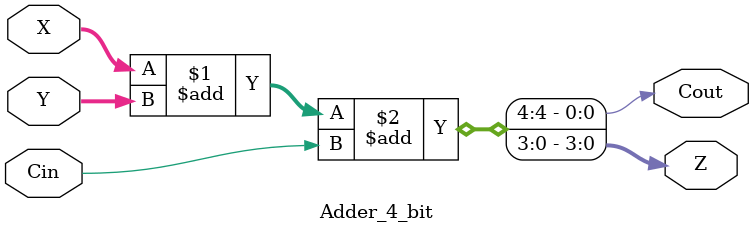
<source format=v>
`timescale 1ns / 1ps


module Adder_4_bit(
    input [3:0] X,
    input [3:0] Y,
    output [3:0] Z,
    output Cout,
    input Cin
    );
    assign {Cout,Z}=X+Y+Cin;
endmodule

</source>
